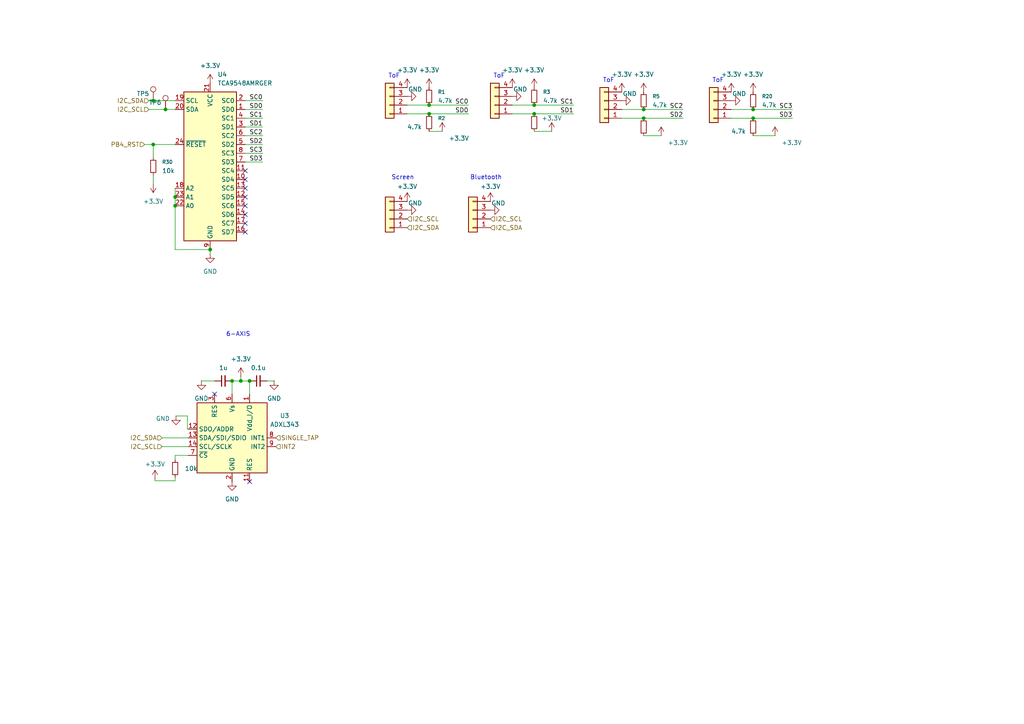
<source format=kicad_sch>
(kicad_sch (version 20250114) (generator "eeschema") (generator_version "9.0")
  (paper "A4")
  (lib_symbols
    (symbol "Connector:TestPoint" (pin_numbers (hide yes)) (pin_names (offset 0.762) (hide yes))
      (property "Reference" "TP" (at 0 6.858 0))
      (property "Value" "TestPoint" (at 0 5.08 0))
      (symbol "TestPoint_0_1"
        (circle (center 0 3.302) (radius 0.762))
      )
      (symbol "TestPoint_1_1"
        (pin passive line (at 0 0 90) (length 2.54) (name "1") (number "1"))
      )
    )
    (symbol "Connector_Generic:Conn_01x04" (pin_names (offset 1.016) (hide yes))
      (property "Reference" "J" (at 0 5.08 0))
      (property "Value" "Conn_01x04" (at 0 -7.62 0))
      (symbol "Conn_01x04_1_1"
        (rectangle (start -1.27 3.81) (end 1.27 -6.35) (stroke (width 0.254)) (fill (type background)))
        (rectangle (start -1.27 2.667) (end 0 2.413) (stroke (width 0.1524)))
        (rectangle (start -1.27 0.127) (end 0 -0.127) (stroke (width 0.1524)))
        (rectangle (start -1.27 -2.413) (end 0 -2.667) (stroke (width 0.1524)))
        (rectangle (start -1.27 -4.953) (end 0 -5.207) (stroke (width 0.1524)))
        (pin passive line (at -5.08 2.54 0) (length 3.81) (name "Pin_1") (number "1"))
        (pin passive line (at -5.08 0 0) (length 3.81) (name "Pin_2") (number "2"))
        (pin passive line (at -5.08 -2.54 0) (length 3.81) (name "Pin_3") (number "3"))
        (pin passive line (at -5.08 -5.08 0) (length 3.81) (name "Pin_4") (number "4"))
      )
    )
    (symbol "Device:C_Small" (pin_numbers (hide yes)) (pin_names (offset 0.254) (hide yes))
      (property "Reference" "C" (at 0.254 1.778 0))
      (property "Value" "C_Small" (at 0.254 -2.032 0))
      (symbol "C_Small_0_1"
        (polyline (pts (xy -1.524 0.508) (xy 1.524 0.508)) (stroke (width 0.3048)))
        (polyline (pts (xy -1.524 -0.508) (xy 1.524 -0.508)) (stroke (width 0.3302)))
      )
      (symbol "C_Small_1_1"
        (pin passive line (at 0 2.54 270) (length 2.032) (name "~") (number "1"))
        (pin passive line (at 0 -2.54 90) (length 2.032) (name "~") (number "2"))
      )
    )
    (symbol "Device:R_Small" (pin_numbers (hide yes)) (pin_names (offset 0.254) (hide yes))
      (property "Reference" "R" (at 0 0 90))
      (property "Value" "R_Small" (at 1.778 0 90))
      (symbol "R_Small_0_1"
        (rectangle (start -0.762 1.778) (end 0.762 -1.778) (stroke (width 0.2032)))
      )
      (symbol "R_Small_1_1"
        (pin passive line (at 0 2.54 270) (length 0.762) (name "~") (number "1"))
        (pin passive line (at 0 -2.54 90) (length 0.762) (name "~") (number "2"))
      )
    )
    (symbol "Interface_Expansion:TCA9548AMRGER"
      (property "Reference" "U" (at -7.62 21.59 0))
      (property "Value" "TCA9548AMRGER" (at 1.016 21.59 0))
      (symbol "TCA9548AMRGER_0_1"
        (rectangle (start -7.62 20.32) (end 7.62 -22.86) (stroke (width 0.254)) (fill (type background)))
      )
      (symbol "TCA9548AMRGER_1_1"
        (pin input line (at -10.16 17.78 0) (length 2.54) (name "SCL") (number "19"))
        (pin bidirectional line (at -10.16 15.24 0) (length 2.54) (name "SDA") (number "20"))
        (pin input line (at -10.16 5.08 0) (length 2.54) (name "~{RESET}") (number "24"))
        (pin input line (at -10.16 -7.62 0) (length 2.54) (name "A2") (number "18"))
        (pin input line (at -10.16 -10.16 0) (length 2.54) (name "A1") (number "23"))
        (pin input line (at -10.16 -12.7 0) (length 2.54) (name "A0") (number "22"))
        (pin no_connect line (at -7.62 -15.24 0) (length 2.54) (hide yes) (name "1EP") (number "25"))
        (pin power_in line (at 0 22.86 270) (length 2.54) (name "VCC") (number "21"))
        (pin power_in line (at 0 -25.4 90) (length 2.54) (name "GND") (number "9"))
        (pin output line (at 10.16 17.78 180) (length 2.54) (name "SC0") (number "2"))
        (pin bidirectional line (at 10.16 15.24 180) (length 2.54) (name "SD0") (number "1"))
        (pin output line (at 10.16 12.7 180) (length 2.54) (name "SC1") (number "4"))
        (pin bidirectional line (at 10.16 10.16 180) (length 2.54) (name "SD1") (number "3"))
        (pin output line (at 10.16 7.62 180) (length 2.54) (name "SC2") (number "6"))
        (pin bidirectional line (at 10.16 5.08 180) (length 2.54) (name "SD2") (number "5"))
        (pin output line (at 10.16 2.54 180) (length 2.54) (name "SC3") (number "8"))
        (pin bidirectional line (at 10.16 0 180) (length 2.54) (name "SD3") (number "7"))
        (pin output line (at 10.16 -2.54 180) (length 2.54) (name "SC4") (number "11"))
        (pin bidirectional line (at 10.16 -5.08 180) (length 2.54) (name "SD4") (number "10"))
        (pin output line (at 10.16 -7.62 180) (length 2.54) (name "SC5") (number "13"))
        (pin bidirectional line (at 10.16 -10.16 180) (length 2.54) (name "SD5") (number "12"))
        (pin output line (at 10.16 -12.7 180) (length 2.54) (name "SC6") (number "15"))
        (pin bidirectional line (at 10.16 -15.24 180) (length 2.54) (name "SD6") (number "14"))
        (pin output line (at 10.16 -17.78 180) (length 2.54) (name "SC7") (number "17"))
        (pin bidirectional line (at 10.16 -20.32 180) (length 2.54) (name "SD7") (number "16"))
      )
    )
    (symbol "Sensor_Motion:ADXL343"
      (property "Reference" "U" (at -8.89 11.43 0))
      (property "Value" "ADXL343" (at -7.62 -11.43 0))
      (symbol "ADXL343_0_1"
        (rectangle (start -10.16 10.16) (end 10.16 -10.16) (stroke (width 0.254)) (fill (type background)))
      )
      (symbol "ADXL343_1_1"
        (pin bidirectional line (at -12.7 2.54 0) (length 2.54) (name "SDO/ADDR") (number "12"))
        (pin bidirectional line (at -12.7 0 0) (length 2.54) (name "SDA/SDI/SDIO") (number "13"))
        (pin input line (at -12.7 -2.54 0) (length 2.54) (name "SCL/SCLK") (number "14"))
        (pin input line (at -12.7 -5.08 0) (length 2.54) (name "~{CS}") (number "7"))
        (pin passive line (at -5.08 12.7 270) (length 2.54) (name "RES") (number "3"))
        (pin no_connect line (at -5.08 -10.16 90) (length 2.54) (hide yes) (name "NC") (number "10"))
        (pin power_in line (at 0 12.7 270) (length 2.54) (name "Vs") (number "6"))
        (pin power_in line (at 0 -12.7 90) (length 2.54) (name "GND") (number "2"))
        (pin passive line (at 0 -12.7 90) (length 2.54) (hide yes) (name "GND") (number "4"))
        (pin passive line (at 0 -12.7 90) (length 2.54) (hide yes) (name "GND") (number "5"))
        (pin power_in line (at 5.08 12.7 270) (length 2.54) (name "Vdd_I/O") (number "1"))
        (pin passive line (at 5.08 -12.7 90) (length 2.54) (name "RES") (number "11"))
        (pin output line (at 12.7 0 180) (length 2.54) (name "INT1") (number "8"))
        (pin output line (at 12.7 -2.54 180) (length 2.54) (name "INT2") (number "9"))
      )
    )
    (symbol "power:+3.3V" (power) (pin_numbers (hide yes)) (pin_names (offset 0) (hide yes))
      (property "Value" "+3.3V" (at 0 3.556 0))
      (symbol "+3.3V_0_1"
        (polyline (pts (xy -0.762 1.27) (xy 0 2.54)))
        (polyline (pts (xy 0 2.54) (xy 0.762 1.27)))
        (polyline (pts (xy 0 0) (xy 0 2.54)))
      )
      (symbol "+3.3V_1_1"
        (pin power_in line (at 0 0 90) (length 0) (name "~") (number "1"))
      )
    )
    (symbol "power:+5V" (power) (pin_numbers (hide yes)) (pin_names (offset 0) (hide yes))
      (property "Value" "+5V" (at 0 3.556 0))
      (symbol "+5V_0_1"
        (polyline (pts (xy -0.762 1.27) (xy 0 2.54)))
        (polyline (pts (xy 0 2.54) (xy 0.762 1.27)))
        (polyline (pts (xy 0 0) (xy 0 2.54)))
      )
      (symbol "+5V_1_1"
        (pin power_in line (at 0 0 90) (length 0) (name "~") (number "1"))
      )
    )
    (symbol "power:GND" (power) (pin_numbers (hide yes)) (pin_names (offset 0) (hide yes))
      (property "Value" "GND" (at 0 -3.81 0))
      (symbol "GND_0_1"
        (polyline (pts (xy 0 0) (xy 0 -1.27) (xy 1.27 -1.27) (xy 0 -2.54) (xy -1.27 -1.27) (xy 0 -1.27)))
      )
      (symbol "GND_1_1"
        (pin power_in line (at 0 0 270) (length 0) (name "~") (number "1"))
      )
    )
  )
  (text "Screen" (at 116.84 51.562 0) (effects (font (size 1.27 1.27))))
  (text "ToF" (at 176.53 23.368 0) (effects (font (size 1.27 1.27))))
  (text "6-AXIS" (at 69.088 97.028 0) (effects (font (size 1.27 1.27))))
  (text "Bluetooth" (at 140.97 51.562 0) (effects (font (size 1.27 1.27))))
  (text "ToF" (at 208.28 23.368 0) (effects (font (size 1.27 1.27))))
  (text "ToF" (at 114.3 22.098 0) (effects (font (size 1.27 1.27))))
  (text "ToF" (at 144.78 22.098 0) (effects (font (size 1.27 1.27))))
  (junction (at 218.44 31.75))
  (junction (at 67.31 110.49))
  (junction (at 44.45 41.91))
  (junction (at 124.46 30.48))
  (junction (at 44.45 29.21))
  (junction (at 72.39 110.49))
  (junction (at 48.006 31.75))
  (junction (at 218.44 34.29))
  (junction (at 50.8 59.69))
  (junction (at 154.94 30.48))
  (junction (at 154.94 33.02))
  (junction (at 124.46 33.02))
  (junction (at 186.69 31.75))
  (junction (at 50.8 57.15))
  (junction (at 60.96 72.39))
  (junction (at 186.69 34.29))
  (junction (at 69.85 110.49))
  (no_connect (at 71.12 57.15))
  (no_connect (at 62.23 114.3))
  (no_connect (at 71.12 49.53))
  (no_connect (at 71.12 67.31))
  (no_connect (at 71.12 64.77))
  (no_connect (at 72.39 139.7))
  (no_connect (at 71.12 62.23))
  (no_connect (at 71.12 54.61))
  (no_connect (at 71.12 52.07))
  (no_connect (at 71.12 59.69))
  (wire (pts (xy 50.8 133.35) (xy 50.8 132.08)))
  (wire (pts (xy 50.8 72.39) (xy 60.96 72.39)))
  (wire (pts (xy 224.79 39.37) (xy 218.44 39.37)))
  (wire (pts (xy 76.2 31.75) (xy 71.12 31.75)))
  (wire (pts (xy 44.45 50.8) (xy 44.45 53.34)))
  (wire (pts (xy 148.59 33.02) (xy 154.94 33.02)))
  (wire (pts (xy 180.34 34.29) (xy 186.69 34.29)))
  (wire (pts (xy 118.11 30.48) (xy 124.46 30.48)))
  (wire (pts (xy 44.45 41.91) (xy 44.45 45.72)))
  (wire (pts (xy 72.39 110.49) (xy 69.85 110.49)))
  (wire (pts (xy 43.18 31.75) (xy 48.006 31.75)))
  (wire (pts (xy 76.2 41.91) (xy 71.12 41.91)))
  (wire (pts (xy 218.44 34.29) (xy 229.87 34.29)))
  (wire (pts (xy 186.69 31.75) (xy 198.12 31.75)))
  (wire (pts (xy 60.96 73.66) (xy 60.96 72.39)))
  (wire (pts (xy 154.94 30.48) (xy 166.37 30.48)))
  (wire (pts (xy 46.99 127) (xy 54.61 127)))
  (wire (pts (xy 76.2 39.37) (xy 71.12 39.37)))
  (wire (pts (xy 154.94 33.02) (xy 166.37 33.02)))
  (wire (pts (xy 180.34 31.75) (xy 186.69 31.75)))
  (wire (pts (xy 51.054 120.65) (xy 54.356 120.65)))
  (wire (pts (xy 118.11 33.02) (xy 124.46 33.02)))
  (wire (pts (xy 76.2 44.45) (xy 71.12 44.45)))
  (wire (pts (xy 48.006 31.75) (xy 50.8 31.75)))
  (wire (pts (xy 186.69 34.29) (xy 198.12 34.29)))
  (wire (pts (xy 79.502 110.49) (xy 77.47 110.49)))
  (wire (pts (xy 50.8 139.446) (xy 50.8 138.43)))
  (wire (pts (xy 50.8 132.08) (xy 54.61 132.08)))
  (wire (pts (xy 72.39 110.49) (xy 72.39 114.3)))
  (wire (pts (xy 50.8 59.69) (xy 50.8 72.39)))
  (wire (pts (xy 212.09 34.29) (xy 218.44 34.29)))
  (wire (pts (xy 44.45 29.21) (xy 50.8 29.21)))
  (wire (pts (xy 44.45 41.91) (xy 50.8 41.91)))
  (wire (pts (xy 212.09 31.75) (xy 218.44 31.75)))
  (wire (pts (xy 128.27 38.1) (xy 124.46 38.1)))
  (wire (pts (xy 44.958 138.938) (xy 44.958 139.446)))
  (wire (pts (xy 148.59 30.48) (xy 154.94 30.48)))
  (wire (pts (xy 54.356 124.46) (xy 54.61 124.46)))
  (wire (pts (xy 191.77 39.37) (xy 186.69 39.37)))
  (wire (pts (xy 58.42 110.49) (xy 62.23 110.49)))
  (wire (pts (xy 54.356 120.65) (xy 54.356 124.46)))
  (wire (pts (xy 69.85 109.22) (xy 69.85 110.49)))
  (wire (pts (xy 124.46 30.48) (xy 135.89 30.48)))
  (wire (pts (xy 76.2 36.83) (xy 71.12 36.83)))
  (wire (pts (xy 76.2 29.21) (xy 71.12 29.21)))
  (wire (pts (xy 44.958 139.446) (xy 50.8 139.446)))
  (wire (pts (xy 69.85 110.49) (xy 67.31 110.49)))
  (wire (pts (xy 67.31 110.49) (xy 67.31 114.3)))
  (wire (pts (xy 50.8 57.15) (xy 50.8 59.69)))
  (wire (pts (xy 43.18 29.21) (xy 44.45 29.21)))
  (wire (pts (xy 124.46 33.02) (xy 135.89 33.02)))
  (wire (pts (xy 41.91 41.91) (xy 44.45 41.91)))
  (wire (pts (xy 160.02 38.1) (xy 154.94 38.1)))
  (wire (pts (xy 76.2 46.99) (xy 71.12 46.99)))
  (wire (pts (xy 76.2 34.29) (xy 71.12 34.29)))
  (wire (pts (xy 46.99 129.54) (xy 54.61 129.54)))
  (wire (pts (xy 50.8 54.61) (xy 50.8 57.15)))
  (wire (pts (xy 218.44 31.75) (xy 229.87 31.75)))
  (label "SD3" (at 229.87 34.29 180))
  (label "SD2" (at 198.12 34.29 180))
  (label "SC0" (at 76.2 29.21 180))
  (label "SC1" (at 76.2 34.29 180))
  (label "SD1" (at 76.2 36.83 180))
  (label "SC3" (at 229.87 31.75 180))
  (label "SC0" (at 135.89 30.48 180))
  (label "SC1" (at 166.37 30.48 180))
  (label "SD1" (at 166.37 33.02 180))
  (label "SC3" (at 76.2 44.45 180))
  (label "SD0" (at 76.2 31.75 180))
  (label "SD3" (at 76.2 46.99 180))
  (label "SC2" (at 76.2 39.37 180))
  (label "SC2" (at 198.12 31.75 180))
  (label "SD0" (at 135.89 33.02 180))
  (label "SD2" (at 76.2 41.91 180))
  (hierarchical_label "I2C_SCL" (shape input) (at 43.18 31.75 180))
  (hierarchical_label "INT2" (shape input) (at 80.01 129.54 0))
  (hierarchical_label "I2C_SDA" (shape input) (at 142.24 66.04 0))
  (hierarchical_label "I2C_SCL" (shape input) (at 118.11 63.5 0))
  (hierarchical_label "SINGLE_TAP" (shape input) (at 80.01 127 0))
  (hierarchical_label "PB4_RST" (shape input) (at 41.91 41.91 180))
  (hierarchical_label "I2C_SDA" (shape input) (at 43.18 29.21 180))
  (hierarchical_label "I2C_SDA" (shape input) (at 46.99 127 180))
  (hierarchical_label "I2C_SCL" (shape input) (at 142.24 63.5 0))
  (hierarchical_label "I2C_SDA" (shape input) (at 118.11 66.04 0))
  (hierarchical_label "I2C_SCL" (shape input) (at 46.99 129.54 180))
  (symbol (lib_id "Device:R_Small") (at 50.8 135.89 180) (unit 1)
    (property "Reference" "R31" (effects (hide yes)))
    (property "Value" "10k" (at 53.594 135.89 0) (effects (justify right)))
    (property "Footprint" "Resistor_SMD:R_0603_1608Metric" (effects (hide yes)))
    (property "Description" "Resistor, small symbol" (effects (hide yes)))
  )
  (symbol (lib_id "Connector_Generic:Conn_01x04") (at 143.51 30.48 180) (unit 1)
    (property "Reference" "J4" (effects (hide yes)))
    (property "Value" "Conn_01x04" (effects (hide yes)))
    (property "Footprint" "Connector_JST:JST_PH_B4B-PH-K_1x04_P2.00mm_Vertical" (effects (hide yes)))
    (property "Description" "Generic connector, single row, 01x04, script generated (kicad-library-utils/schlib/autogen/connector/)" (effects (hide yes)))
  )
  (symbol (lib_id "power:+3.3V") (at 44.958 138.938 0) (unit 1)
    (property "Reference" "#PWR092" (effects (hide yes)))
    (property "Value" "+3.3V" (at 44.958 134.62 0))
    (property "Description" "Power symbol creates a global label with name \"+3.3V\"" (effects (hide yes)))
  )
  (symbol (lib_id "Device:R_Small") (at 186.69 29.21 0) (unit 1)
    (property "Reference" "R5" (at 189.23 27.9399 0) (effects (font (size 1.016 1.016)) (justify left)))
    (property "Value" "4.7k" (at 189.23 30.4799 0) (effects (justify left)))
    (property "Footprint" "Resistor_SMD:R_0603_1608Metric" (effects (hide yes)))
    (property "Description" "Resistor, small symbol" (effects (hide yes)))
  )
  (symbol (lib_id "power:GND") (at 118.11 60.96 90) (unit 1)
    (property "Reference" "#PWR096" (effects (hide yes)))
    (property "Value" "GND" (at 118.364 58.928 90) (effects (justify right)))
    (property "Description" "Power symbol creates a global label with name \"GND\" , ground" (effects (hide yes)))
  )
  (symbol (lib_id "power:GND") (at 51.054 120.65 0) (unit 1)
    (property "Reference" "#PWR057" (effects (hide yes)))
    (property "Value" "GND" (at 47.244 121.412 0))
    (property "Description" "Power symbol creates a global label with name \"GND\" , ground" (effects (hide yes)))
  )
  (symbol (lib_id "power:GND") (at 67.31 139.7 0) (unit 1)
    (property "Reference" "#PWR058" (effects (hide yes)))
    (property "Value" "GND" (at 67.31 144.78 0))
    (property "Description" "Power symbol creates a global label with name \"GND\" , ground" (effects (hide yes)))
  )
  (symbol (lib_id "power:GND") (at 118.11 27.94 90) (unit 1)
    (property "Reference" "#PWR080" (effects (hide yes)))
    (property "Value" "GND" (at 118.364 25.908 90) (effects (justify right)))
    (property "Description" "Power symbol creates a global label with name \"GND\" , ground" (effects (hide yes)))
  )
  (symbol (lib_id "power:+3.3V") (at 69.85 109.22 0) (unit 1)
    (property "Reference" "#PWR059" (effects (hide yes)))
    (property "Value" "+3.3V" (at 69.85 104.14 0))
    (property "Description" "Power symbol creates a global label with name \"+3.3V\"" (effects (hide yes)))
  )
  (symbol (lib_id "power:+5V") (at 118.11 25.4 0) (unit 1)
    (property "Reference" "#PWR070" (effects (hide yes)))
    (property "Value" "+3.3V" (at 118.11 20.32 0))
    (property "Description" "Power symbol creates a global label with name \"+5V\"" (effects (hide yes)))
  )
  (symbol (lib_id "Device:C_Small") (at 64.77 110.49 90) (unit 1)
    (property "Reference" "C37" (effects (hide yes)))
    (property "Value" "1u" (at 64.7763 106.68 90))
    (property "Footprint" "Capacitor_SMD:C_0603_1608Metric" (effects (hide yes)))
    (property "Description" "tantalum" (effects (hide yes)))
  )
  (symbol (lib_id "Device:R_Small") (at 124.46 27.94 0) (unit 1)
    (property "Reference" "R1" (at 127 26.6699 0) (effects (font (size 1.016 1.016)) (justify left)))
    (property "Value" "4.7k" (at 127 29.2099 0) (effects (justify left)))
    (property "Footprint" "Resistor_SMD:R_0603_1608Metric" (effects (hide yes)))
    (property "Description" "Resistor, small symbol" (effects (hide yes)))
  )
  (symbol (lib_id "power:+3.3V") (at 44.45 53.34 180) (unit 1)
    (property "Reference" "#PWR099" (effects (hide yes)))
    (property "Value" "+3.3V" (at 44.45 58.42 0))
    (property "Description" "Power symbol creates a global label with name \"+3.3V\"" (effects (hide yes)))
  )
  (symbol (lib_id "power:GND") (at 58.42 110.49 0) (unit 1)
    (property "Reference" "#PWR060" (effects (hide yes)))
    (property "Value" "GND" (at 58.42 115.57 0))
    (property "Description" "Power symbol creates a global label with name \"GND\" , ground" (effects (hide yes)))
  )
  (symbol (lib_id "Device:C_Small") (at 74.93 110.49 90) (unit 1)
    (property "Reference" "C36" (effects (hide yes)))
    (property "Value" "0.1u" (at 74.9363 106.68 90))
    (property "Footprint" "Capacitor_SMD:C_0603_1608Metric" (effects (hide yes)))
    (property "Description" "ceramic" (effects (hide yes)))
  )
  (symbol (lib_id "Connector_Generic:Conn_01x04") (at 207.01 31.75 180) (unit 1)
    (property "Reference" "J6" (effects (hide yes)))
    (property "Value" "Conn_01x04" (effects (hide yes)))
    (property "Footprint" "Connector_JST:JST_PH_B4B-PH-K_1x04_P2.00mm_Vertical" (effects (hide yes)))
    (property "Description" "Generic connector, single row, 01x04, script generated (kicad-library-utils/schlib/autogen/connector/)" (effects (hide yes)))
  )
  (symbol (lib_id "power:GND") (at 180.34 29.21 90) (unit 1)
    (property "Reference" "#PWR097" (effects (hide yes)))
    (property "Value" "GND" (at 180.594 27.178 90) (effects (justify right)))
    (property "Description" "Power symbol creates a global label with name \"GND\" , ground" (effects (hide yes)))
  )
  (symbol (lib_id "power:+3.3V") (at 124.46 25.4 0) (unit 1)
    (property "Reference" "#PWR022" (effects (hide yes)))
    (property "Value" "+3.3V" (at 124.46 20.32 0))
    (property "Description" "Power symbol creates a global label with name \"+3.3V\"" (effects (hide yes)))
  )
  (symbol (lib_id "power:GND") (at 60.96 73.66 0) (unit 1)
    (property "Reference" "#PWR083" (effects (hide yes)))
    (property "Value" "GND" (at 60.96 78.74 0))
    (property "Description" "Power symbol creates a global label with name \"GND\" , ground" (effects (hide yes)))
  )
  (symbol (lib_id "Interface_Expansion:TCA9548AMRGER") (at 60.96 46.99 0) (unit 1)
    (property "Reference" "U4" (at 63.1033 21.59 0) (effects (justify left)))
    (property "Value" "TCA9548AMRGER" (at 63.1033 24.13 0) (effects (justify left)))
    (property "Footprint" "Package_DFN_QFN:Texas_RGE0024C_VQFN-24-1EP_4x4mm_P0.5mm_EP2.1x2.1mm" (effects (hide yes)))
    (property "Datasheet" "http://www.ti.com/lit/ds/symlink/tca9548a.pdf" (effects (hide yes)))
    (property "Description" "Low voltage 8-channel I2C switch with reset, VQFN-24" (effects (hide yes)))
  )
  (symbol (lib_id "power:+3.3V") (at 224.79 39.37 0) (unit 1)
    (property "Reference" "#PWR076" (effects (hide yes)))
    (property "Value" "+3.3V" (at 229.616 41.402 0))
    (property "Description" "Power symbol creates a global label with name \"+3.3V\"" (effects (hide yes)))
  )
  (symbol (lib_id "Device:R_Small") (at 218.44 36.83 0) (unit 1)
    (property "Reference" "R21" (effects (hide yes)))
    (property "Value" "4.7k" (at 212.09 38.1 0) (effects (justify left)))
    (property "Footprint" "Resistor_SMD:R_0603_1608Metric" (effects (hide yes)))
    (property "Description" "Resistor, small symbol" (effects (hide yes)))
  )
  (symbol (lib_id "power:GND") (at 79.502 110.49 0) (unit 1)
    (property "Reference" "#PWR061" (effects (hide yes)))
    (property "Value" "GND" (at 79.502 115.57 0))
    (property "Description" "Power symbol creates a global label with name \"GND\" , ground" (effects (hide yes)))
  )
  (symbol (lib_id "Device:R_Small") (at 124.46 35.56 0) (unit 1)
    (property "Reference" "R2" (at 127 34.2899 0) (effects (font (size 1.016 1.016)) (justify left)))
    (property "Value" "4.7k" (at 118.11 36.83 0) (effects (justify left)))
    (property "Footprint" "Resistor_SMD:R_0603_1608Metric" (effects (hide yes)))
    (property "Description" "Resistor, small symbol" (effects (hide yes)))
  )
  (symbol (lib_id "Device:R_Small") (at 154.94 27.94 0) (unit 1)
    (property "Reference" "R3" (at 157.48 26.6699 0) (effects (font (size 1.016 1.016)) (justify left)))
    (property "Value" "4.7k" (at 157.48 29.2099 0) (effects (justify left)))
    (property "Footprint" "Resistor_SMD:R_0603_1608Metric" (effects (hide yes)))
    (property "Description" "Resistor, small symbol" (effects (hide yes)))
  )
  (symbol (lib_id "Connector_Generic:Conn_01x04") (at 113.03 30.48 180) (unit 1)
    (property "Reference" "J3" (effects (hide yes)))
    (property "Value" "Conn_01x04" (effects (hide yes)))
    (property "Footprint" "Connector_JST:JST_PH_B4B-PH-K_1x04_P2.00mm_Vertical" (effects (hide yes)))
    (property "Description" "Generic connector, single row, 01x04, script generated (kicad-library-utils/schlib/autogen/connector/)" (effects (hide yes)))
  )
  (symbol (lib_id "Connector_Generic:Conn_01x04") (at 113.03 63.5 180) (unit 1)
    (property "Reference" "J7" (effects (hide yes)))
    (property "Value" "Conn_01x04" (effects (hide yes)))
    (property "Footprint" "Connector_JST:JST_PH_B4B-PH-K_1x04_P2.00mm_Vertical" (effects (hide yes)))
    (property "Description" "Generic connector, single row, 01x04, script generated (kicad-library-utils/schlib/autogen/connector/)" (effects (hide yes)))
  )
  (symbol (lib_id "power:+5V") (at 148.59 25.4 0) (unit 1)
    (property "Reference" "#PWR071" (effects (hide yes)))
    (property "Value" "+3.3V" (at 148.59 20.32 0))
    (property "Description" "Power symbol creates a global label with name \"+5V\"" (effects (hide yes)))
  )
  (symbol (lib_id "Connector_Generic:Conn_01x04") (at 175.26 31.75 180) (unit 1)
    (property "Reference" "J5" (effects (hide yes)))
    (property "Value" "Conn_01x04" (effects (hide yes)))
    (property "Footprint" "Connector_JST:JST_PH_B4B-PH-K_1x04_P2.00mm_Vertical" (effects (hide yes)))
    (property "Description" "Generic connector, single row, 01x04, script generated (kicad-library-utils/schlib/autogen/connector/)" (effects (hide yes)))
  )
  (symbol (lib_id "power:+3.3V") (at 128.27 38.1 0) (unit 1)
    (property "Reference" "#PWR021" (effects (hide yes)))
    (property "Value" "+3.3V" (at 133.096 40.132 0))
    (property "Description" "Power symbol creates a global label with name \"+3.3V\"" (effects (hide yes)))
  )
  (symbol (lib_id "Connector:TestPoint") (at 48.006 31.75 0) (unit 1)
    (property "Reference" "TP6" (at 43.18 29.718 0) (effects (justify left)))
    (property "Value" "TestPoint" (effects (hide yes)))
    (property "Footprint" "TestPoint:TestPoint_Pad_D1.5mm" (effects (hide yes)))
    (property "Description" "test point" (effects (hide yes)))
  )
  (symbol (lib_id "power:+3.3V") (at 191.77 39.37 0) (unit 1)
    (property "Reference" "#PWR026" (effects (hide yes)))
    (property "Value" "+3.3V" (at 196.596 41.402 0))
    (property "Description" "Power symbol creates a global label with name \"+3.3V\"" (effects (hide yes)))
  )
  (symbol (lib_id "power:+3.3V") (at 218.44 26.67 0) (unit 1)
    (property "Reference" "#PWR075" (effects (hide yes)))
    (property "Value" "+3.3V" (at 218.44 21.59 0))
    (property "Description" "Power symbol creates a global label with name \"+3.3V\"" (effects (hide yes)))
  )
  (symbol (lib_id "power:+5V") (at 212.09 26.67 0) (unit 1)
    (property "Reference" "#PWR073" (effects (hide yes)))
    (property "Value" "+3.3V" (at 212.09 21.59 0))
    (property "Description" "Power symbol creates a global label with name \"+5V\"" (effects (hide yes)))
  )
  (symbol (lib_id "Connector_Generic:Conn_01x04") (at 137.16 63.5 180) (unit 1)
    (property "Reference" "J8" (effects (hide yes)))
    (property "Value" "Conn_01x04" (effects (hide yes)))
    (property "Footprint" "Connector_JST:JST_PH_B4B-PH-K_1x04_P2.00mm_Vertical" (effects (hide yes)))
    (property "Description" "Generic connector, single row, 01x04, script generated (kicad-library-utils/schlib/autogen/connector/)" (effects (hide yes)))
  )
  (symbol (lib_id "Sensor_Motion:ADXL343") (at 67.31 127 0) (unit 1)
    (property "Reference" "U3" (at 82.55 120.5798 0))
    (property "Value" "ADXL343" (at 82.55 123.1198 0))
    (property "Footprint" "Package_LGA:LGA-14_3x5mm_P0.8mm_LayoutBorder1x6y" (effects (hide yes)))
    (property "Datasheet" "https://www.analog.com/media/en/technical-documentation/data-sheets/ADXL343.pdf" (effects (hide yes)))
    (property "Description" "3-Axis MEMS Accelerometer, 2/4/8/16g range, I2C/SPI, LGA-14" (effects (hide yes)))
  )
  (symbol (lib_id "Connector:TestPoint") (at 44.45 29.21 0) (unit 1)
    (property "Reference" "TP5" (at 39.624 27.178 0) (effects (justify left)))
    (property "Value" "TestPoint" (effects (hide yes)))
    (property "Footprint" "TestPoint:TestPoint_Pad_D1.5mm" (effects (hide yes)))
    (property "Description" "test point" (effects (hide yes)))
  )
  (symbol (lib_id "power:+3.3V") (at 186.69 26.67 0) (unit 1)
    (property "Reference" "#PWR025" (effects (hide yes)))
    (property "Value" "+3.3V" (at 186.69 21.59 0))
    (property "Description" "Power symbol creates a global label with name \"+3.3V\"" (effects (hide yes)))
  )
  (symbol (lib_id "power:+5V") (at 118.11 58.42 0) (unit 1)
    (property "Reference" "#PWR095" (effects (hide yes)))
    (property "Value" "+3.3V" (at 118.11 54.102 0))
    (property "Description" "Power symbol creates a global label with name \"+5V\"" (effects (hide yes)))
  )
  (symbol (lib_id "power:+5V") (at 180.34 26.67 0) (unit 1)
    (property "Reference" "#PWR072" (effects (hide yes)))
    (property "Value" "+3.3V" (at 180.34 21.59 0))
    (property "Description" "Power symbol creates a global label with name \"+5V\"" (effects (hide yes)))
  )
  (symbol (lib_id "Device:R_Small") (at 154.94 35.56 0) (unit 1)
    (property "Reference" "R4" (effects (hide yes)))
    (property "Value" "4.7k" (effects (hide yes)))
    (property "Footprint" "Resistor_SMD:R_0603_1608Metric" (effects (hide yes)))
    (property "Description" "Resistor, small symbol" (effects (hide yes)))
  )
  (symbol (lib_id "power:+3.3V") (at 154.94 25.4 0) (unit 1)
    (property "Reference" "#PWR023" (effects (hide yes)))
    (property "Value" "+3.3V" (at 154.94 20.32 0))
    (property "Description" "Power symbol creates a global label with name \"+3.3V\"" (effects (hide yes)))
  )
  (symbol (lib_id "power:+5V") (at 142.24 58.42 0) (unit 1)
    (property "Reference" "#PWR074" (effects (hide yes)))
    (property "Value" "+3.3V" (at 142.24 54.102 0))
    (property "Description" "Power symbol creates a global label with name \"+5V\"" (effects (hide yes)))
  )
  (symbol (lib_id "power:GND") (at 148.59 27.94 90) (unit 1)
    (property "Reference" "#PWR087" (effects (hide yes)))
    (property "Value" "GND" (at 148.844 25.908 90) (effects (justify right)))
    (property "Description" "Power symbol creates a global label with name \"GND\" , ground" (effects (hide yes)))
  )
  (symbol (lib_id "power:GND") (at 142.24 60.96 90) (unit 1)
    (property "Reference" "#PWR079" (effects (hide yes)))
    (property "Value" "GND" (at 142.494 58.928 90) (effects (justify right)))
    (property "Description" "Power symbol creates a global label with name \"GND\" , ground" (effects (hide yes)))
  )
  (symbol (lib_id "power:+3.3V") (at 160.02 38.1 0) (unit 1)
    (property "Reference" "#PWR024" (effects (hide yes)))
    (property "Value" "+3.3V" (at 160.02 34.29 0))
    (property "Description" "Power symbol creates a global label with name \"+3.3V\"" (effects (hide yes)))
  )
  (symbol (lib_id "Device:R_Small") (at 218.44 29.21 0) (unit 1)
    (property "Reference" "R20" (at 220.98 27.9399 0) (effects (font (size 1.016 1.016)) (justify left)))
    (property "Value" "4.7k" (at 220.98 30.4799 0) (effects (justify left)))
    (property "Footprint" "Resistor_SMD:R_0603_1608Metric" (effects (hide yes)))
    (property "Description" "Resistor, small symbol" (effects (hide yes)))
  )
  (symbol (lib_id "power:+3.3V") (at 60.96 24.13 0) (unit 1)
    (property "Reference" "#PWR020" (effects (hide yes)))
    (property "Value" "+3.3V" (at 60.96 19.05 0))
    (property "Description" "Power symbol creates a global label with name \"+3.3V\"" (effects (hide yes)))
  )
  (symbol (lib_id "Device:R_Small") (at 186.69 36.83 0) (unit 1)
    (property "Reference" "R6" (effects (hide yes)))
    (property "Value" "4.7k" (effects (hide yes)))
    (property "Footprint" "Resistor_SMD:R_0603_1608Metric" (effects (hide yes)))
    (property "Description" "Resistor, small symbol" (effects (hide yes)))
  )
  (symbol (lib_id "Device:R_Small") (at 44.45 48.26 180) (unit 1)
    (property "Reference" "R30" (at 46.99 46.9899 0) (effects (font (size 1.016 1.016)) (justify right)))
    (property "Value" "10k" (at 46.99 49.5299 0) (effects (justify right)))
    (property "Footprint" "Resistor_SMD:R_0603_1608Metric" (effects (hide yes)))
    (property "Description" "Resistor, small symbol" (effects (hide yes)))
  )
  (symbol (lib_id "power:GND") (at 212.09 29.21 90) (unit 1)
    (property "Reference" "#PWR098" (effects (hide yes)))
    (property "Value" "GND" (at 212.344 27.178 90) (effects (justify right)))
    (property "Description" "Power symbol creates a global label with name \"GND\" , ground" (effects (hide yes)))
  )
)
</source>
